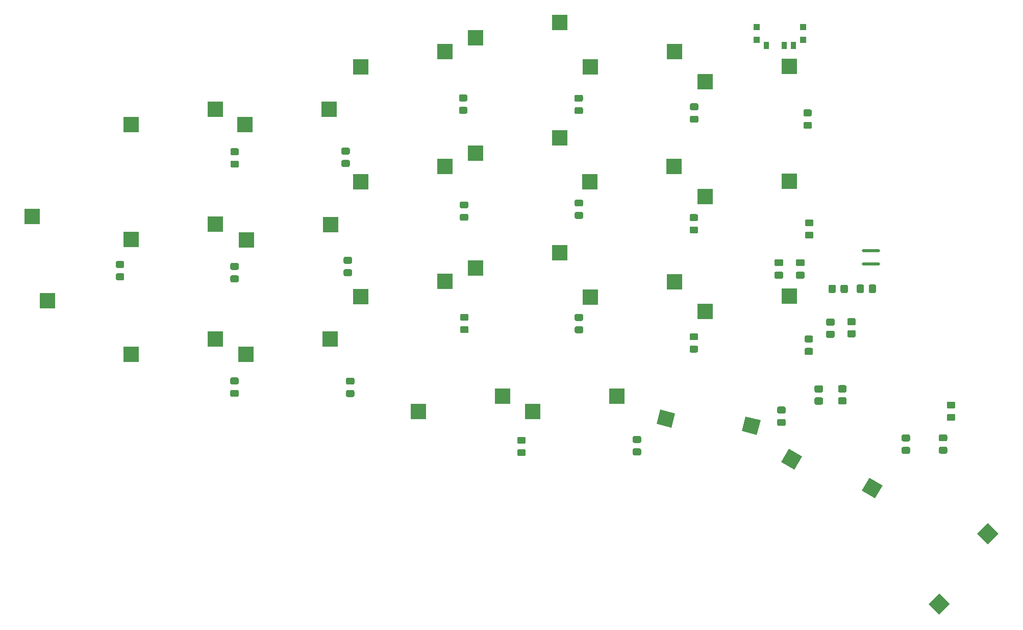
<source format=gbp>
G04 #@! TF.GenerationSoftware,KiCad,Pcbnew,(5.1.10)-1*
G04 #@! TF.CreationDate,2021-10-25T12:29:25+03:00*
G04 #@! TF.ProjectId,main_pcb,6d61696e-5f70-4636-922e-6b696361645f,rev?*
G04 #@! TF.SameCoordinates,Original*
G04 #@! TF.FileFunction,Paste,Bot*
G04 #@! TF.FilePolarity,Positive*
%FSLAX46Y46*%
G04 Gerber Fmt 4.6, Leading zero omitted, Abs format (unit mm)*
G04 Created by KiCad (PCBNEW (5.1.10)-1) date 2021-10-25 12:29:25*
%MOMM*%
%LPD*%
G01*
G04 APERTURE LIST*
%ADD10R,0.900000X1.300000*%
%ADD11R,1.000000X1.000000*%
%ADD12C,0.100000*%
%ADD13R,2.550000X2.500000*%
%ADD14R,2.500000X2.550000*%
%ADD15O,3.000000X0.500000*%
G04 APERTURE END LIST*
D10*
X158308000Y-51047400D03*
X156808000Y-51047400D03*
X153808000Y-51047400D03*
D11*
X159908000Y-50097400D03*
X159908000Y-47997400D03*
X152208000Y-47997400D03*
X152208000Y-50097400D03*
G36*
G01*
X168395001Y-97440800D02*
X167494999Y-97440800D01*
G75*
G02*
X167245000Y-97190801I0J249999D01*
G01*
X167245000Y-96490799D01*
G75*
G02*
X167494999Y-96240800I249999J0D01*
G01*
X168395001Y-96240800D01*
G75*
G02*
X168645000Y-96490799I0J-249999D01*
G01*
X168645000Y-97190801D01*
G75*
G02*
X168395001Y-97440800I-249999J0D01*
G01*
G37*
G36*
G01*
X168395001Y-99440800D02*
X167494999Y-99440800D01*
G75*
G02*
X167245000Y-99190801I0J249999D01*
G01*
X167245000Y-98490799D01*
G75*
G02*
X167494999Y-98240800I249999J0D01*
G01*
X168395001Y-98240800D01*
G75*
G02*
X168645000Y-98490799I0J-249999D01*
G01*
X168645000Y-99190801D01*
G75*
G02*
X168395001Y-99440800I-249999J0D01*
G01*
G37*
G36*
G01*
X166871001Y-108566000D02*
X165970999Y-108566000D01*
G75*
G02*
X165721000Y-108316001I0J249999D01*
G01*
X165721000Y-107615999D01*
G75*
G02*
X165970999Y-107366000I249999J0D01*
G01*
X166871001Y-107366000D01*
G75*
G02*
X167121000Y-107615999I0J-249999D01*
G01*
X167121000Y-108316001D01*
G75*
G02*
X166871001Y-108566000I-249999J0D01*
G01*
G37*
G36*
G01*
X166871001Y-110566000D02*
X165970999Y-110566000D01*
G75*
G02*
X165721000Y-110316001I0J249999D01*
G01*
X165721000Y-109615999D01*
G75*
G02*
X165970999Y-109366000I249999J0D01*
G01*
X166871001Y-109366000D01*
G75*
G02*
X167121000Y-109615999I0J-249999D01*
G01*
X167121000Y-110316001D01*
G75*
G02*
X166871001Y-110566000I-249999J0D01*
G01*
G37*
G36*
G01*
X170809000Y-91813801D02*
X170809000Y-90913799D01*
G75*
G02*
X171058999Y-90663800I249999J0D01*
G01*
X171759001Y-90663800D01*
G75*
G02*
X172009000Y-90913799I0J-249999D01*
G01*
X172009000Y-91813801D01*
G75*
G02*
X171759001Y-92063800I-249999J0D01*
G01*
X171058999Y-92063800D01*
G75*
G02*
X170809000Y-91813801I0J249999D01*
G01*
G37*
G36*
G01*
X168809000Y-91813801D02*
X168809000Y-90913799D01*
G75*
G02*
X169058999Y-90663800I249999J0D01*
G01*
X169759001Y-90663800D01*
G75*
G02*
X170009000Y-90913799I0J-249999D01*
G01*
X170009000Y-91813801D01*
G75*
G02*
X169759001Y-92063800I-249999J0D01*
G01*
X169058999Y-92063800D01*
G75*
G02*
X168809000Y-91813801I0J249999D01*
G01*
G37*
G36*
G01*
X165335000Y-90939199D02*
X165335000Y-91839201D01*
G75*
G02*
X165085001Y-92089200I-249999J0D01*
G01*
X164384999Y-92089200D01*
G75*
G02*
X164135000Y-91839201I0J249999D01*
G01*
X164135000Y-90939199D01*
G75*
G02*
X164384999Y-90689200I249999J0D01*
G01*
X165085001Y-90689200D01*
G75*
G02*
X165335000Y-90939199I0J-249999D01*
G01*
G37*
G36*
G01*
X167335000Y-90939199D02*
X167335000Y-91839201D01*
G75*
G02*
X167085001Y-92089200I-249999J0D01*
G01*
X166384999Y-92089200D01*
G75*
G02*
X166135000Y-91839201I0J249999D01*
G01*
X166135000Y-90939199D01*
G75*
G02*
X166384999Y-90689200I249999J0D01*
G01*
X167085001Y-90689200D01*
G75*
G02*
X167335000Y-90939199I0J-249999D01*
G01*
G37*
G36*
G01*
X164890001Y-97517000D02*
X163989999Y-97517000D01*
G75*
G02*
X163740000Y-97267001I0J249999D01*
G01*
X163740000Y-96566999D01*
G75*
G02*
X163989999Y-96317000I249999J0D01*
G01*
X164890001Y-96317000D01*
G75*
G02*
X165140000Y-96566999I0J-249999D01*
G01*
X165140000Y-97267001D01*
G75*
G02*
X164890001Y-97517000I-249999J0D01*
G01*
G37*
G36*
G01*
X164890001Y-99517000D02*
X163989999Y-99517000D01*
G75*
G02*
X163740000Y-99267001I0J249999D01*
G01*
X163740000Y-98566999D01*
G75*
G02*
X163989999Y-98317000I249999J0D01*
G01*
X164890001Y-98317000D01*
G75*
G02*
X165140000Y-98566999I0J-249999D01*
G01*
X165140000Y-99267001D01*
G75*
G02*
X164890001Y-99517000I-249999J0D01*
G01*
G37*
G36*
G01*
X162959001Y-108591000D02*
X162058999Y-108591000D01*
G75*
G02*
X161809000Y-108341001I0J249999D01*
G01*
X161809000Y-107640999D01*
G75*
G02*
X162058999Y-107391000I249999J0D01*
G01*
X162959001Y-107391000D01*
G75*
G02*
X163209000Y-107640999I0J-249999D01*
G01*
X163209000Y-108341001D01*
G75*
G02*
X162959001Y-108591000I-249999J0D01*
G01*
G37*
G36*
G01*
X162959001Y-110591000D02*
X162058999Y-110591000D01*
G75*
G02*
X161809000Y-110341001I0J249999D01*
G01*
X161809000Y-109640999D01*
G75*
G02*
X162058999Y-109391000I249999J0D01*
G01*
X162959001Y-109391000D01*
G75*
G02*
X163209000Y-109640999I0J-249999D01*
G01*
X163209000Y-110341001D01*
G75*
G02*
X162959001Y-110591000I-249999J0D01*
G01*
G37*
D12*
G36*
X182507652Y-141856786D02*
G01*
X184275419Y-143624553D01*
X182472296Y-145427676D01*
X180704529Y-143659909D01*
X182507652Y-141856786D01*
G37*
G36*
X190589883Y-130182453D02*
G01*
X192357650Y-131950220D01*
X190554527Y-133753343D01*
X188786760Y-131985576D01*
X190589883Y-130182453D01*
G37*
G36*
X169657079Y-124874623D02*
G01*
X170907079Y-122709559D01*
X173115443Y-123984559D01*
X171865443Y-126149623D01*
X169657079Y-124874623D01*
G37*
G36*
X156288704Y-120089327D02*
G01*
X157538704Y-117924263D01*
X159747068Y-119199263D01*
X158497068Y-121364327D01*
X156288704Y-120089327D01*
G37*
G36*
X149733351Y-114962011D02*
G01*
X150380398Y-112547196D01*
X152843509Y-113207185D01*
X152196462Y-115622000D01*
X149733351Y-114962011D01*
G37*
G36*
X135581967Y-113799760D02*
G01*
X136229014Y-111384945D01*
X138692125Y-112044934D01*
X138045078Y-114459749D01*
X135581967Y-113799760D01*
G37*
D13*
X129032000Y-109195000D03*
X115062000Y-111735000D03*
X110058000Y-109195000D03*
X96088000Y-111735000D03*
X157607000Y-92583000D03*
X143637000Y-95123000D03*
X138562000Y-90200500D03*
X124592000Y-92740500D03*
X119537000Y-85399900D03*
X105567000Y-87939900D03*
X100457000Y-90106500D03*
X86487000Y-92646500D03*
X81407000Y-99695000D03*
X67437000Y-102235000D03*
X62357000Y-99695000D03*
X48387000Y-102235000D03*
X157607000Y-73533000D03*
X143637000Y-76073000D03*
X138494000Y-71120000D03*
X124524000Y-73660000D03*
X119507000Y-66357500D03*
X105537000Y-68897500D03*
X100457000Y-71120000D03*
X86487000Y-73660000D03*
X81470500Y-80708500D03*
X67500500Y-83248500D03*
X62357000Y-80645000D03*
X48387000Y-83185000D03*
D14*
X31940500Y-79375000D03*
X34480500Y-93345000D03*
D13*
X157607000Y-54483000D03*
X143637000Y-57023000D03*
X138557000Y-52070000D03*
X124587000Y-54610000D03*
X119507000Y-47244000D03*
X105537000Y-49784000D03*
X100457000Y-52070000D03*
X86487000Y-54610000D03*
X81280000Y-61595000D03*
X67310000Y-64135000D03*
X62357000Y-61595000D03*
X48387000Y-64135000D03*
D15*
X171196000Y-85090000D03*
X171196000Y-87249000D03*
G36*
G01*
X184905001Y-111234000D02*
X184004999Y-111234000D01*
G75*
G02*
X183755000Y-110984001I0J249999D01*
G01*
X183755000Y-110333999D01*
G75*
G02*
X184004999Y-110084000I249999J0D01*
G01*
X184905001Y-110084000D01*
G75*
G02*
X185155000Y-110333999I0J-249999D01*
G01*
X185155000Y-110984001D01*
G75*
G02*
X184905001Y-111234000I-249999J0D01*
G01*
G37*
G36*
G01*
X184905001Y-113284000D02*
X184004999Y-113284000D01*
G75*
G02*
X183755000Y-113034001I0J249999D01*
G01*
X183755000Y-112383999D01*
G75*
G02*
X184004999Y-112134000I249999J0D01*
G01*
X184905001Y-112134000D01*
G75*
G02*
X185155000Y-112383999I0J-249999D01*
G01*
X185155000Y-113034001D01*
G75*
G02*
X184905001Y-113284000I-249999J0D01*
G01*
G37*
G36*
G01*
X183584001Y-116669000D02*
X182683999Y-116669000D01*
G75*
G02*
X182434000Y-116419001I0J249999D01*
G01*
X182434000Y-115768999D01*
G75*
G02*
X182683999Y-115519000I249999J0D01*
G01*
X183584001Y-115519000D01*
G75*
G02*
X183834000Y-115768999I0J-249999D01*
G01*
X183834000Y-116419001D01*
G75*
G02*
X183584001Y-116669000I-249999J0D01*
G01*
G37*
G36*
G01*
X183584001Y-118719000D02*
X182683999Y-118719000D01*
G75*
G02*
X182434000Y-118469001I0J249999D01*
G01*
X182434000Y-117818999D01*
G75*
G02*
X182683999Y-117569000I249999J0D01*
G01*
X183584001Y-117569000D01*
G75*
G02*
X183834000Y-117818999I0J-249999D01*
G01*
X183834000Y-118469001D01*
G75*
G02*
X183584001Y-118719000I-249999J0D01*
G01*
G37*
G36*
G01*
X177412001Y-116695000D02*
X176511999Y-116695000D01*
G75*
G02*
X176262000Y-116445001I0J249999D01*
G01*
X176262000Y-115794999D01*
G75*
G02*
X176511999Y-115545000I249999J0D01*
G01*
X177412001Y-115545000D01*
G75*
G02*
X177662000Y-115794999I0J-249999D01*
G01*
X177662000Y-116445001D01*
G75*
G02*
X177412001Y-116695000I-249999J0D01*
G01*
G37*
G36*
G01*
X177412001Y-118745000D02*
X176511999Y-118745000D01*
G75*
G02*
X176262000Y-118495001I0J249999D01*
G01*
X176262000Y-117844999D01*
G75*
G02*
X176511999Y-117595000I249999J0D01*
G01*
X177412001Y-117595000D01*
G75*
G02*
X177662000Y-117844999I0J-249999D01*
G01*
X177662000Y-118495001D01*
G75*
G02*
X177412001Y-118745000I-249999J0D01*
G01*
G37*
G36*
G01*
X156762001Y-112072000D02*
X155861999Y-112072000D01*
G75*
G02*
X155612000Y-111822001I0J249999D01*
G01*
X155612000Y-111171999D01*
G75*
G02*
X155861999Y-110922000I249999J0D01*
G01*
X156762001Y-110922000D01*
G75*
G02*
X157012000Y-111171999I0J-249999D01*
G01*
X157012000Y-111822001D01*
G75*
G02*
X156762001Y-112072000I-249999J0D01*
G01*
G37*
G36*
G01*
X156762001Y-114122000D02*
X155861999Y-114122000D01*
G75*
G02*
X155612000Y-113872001I0J249999D01*
G01*
X155612000Y-113221999D01*
G75*
G02*
X155861999Y-112972000I249999J0D01*
G01*
X156762001Y-112972000D01*
G75*
G02*
X157012000Y-113221999I0J-249999D01*
G01*
X157012000Y-113872001D01*
G75*
G02*
X156762001Y-114122000I-249999J0D01*
G01*
G37*
G36*
G01*
X132784001Y-116949000D02*
X131883999Y-116949000D01*
G75*
G02*
X131634000Y-116699001I0J249999D01*
G01*
X131634000Y-116048999D01*
G75*
G02*
X131883999Y-115799000I249999J0D01*
G01*
X132784001Y-115799000D01*
G75*
G02*
X133034000Y-116048999I0J-249999D01*
G01*
X133034000Y-116699001D01*
G75*
G02*
X132784001Y-116949000I-249999J0D01*
G01*
G37*
G36*
G01*
X132784001Y-118999000D02*
X131883999Y-118999000D01*
G75*
G02*
X131634000Y-118749001I0J249999D01*
G01*
X131634000Y-118098999D01*
G75*
G02*
X131883999Y-117849000I249999J0D01*
G01*
X132784001Y-117849000D01*
G75*
G02*
X133034000Y-118098999I0J-249999D01*
G01*
X133034000Y-118749001D01*
G75*
G02*
X132784001Y-118999000I-249999J0D01*
G01*
G37*
G36*
G01*
X112731999Y-117976000D02*
X113632001Y-117976000D01*
G75*
G02*
X113882000Y-118225999I0J-249999D01*
G01*
X113882000Y-118876001D01*
G75*
G02*
X113632001Y-119126000I-249999J0D01*
G01*
X112731999Y-119126000D01*
G75*
G02*
X112482000Y-118876001I0J249999D01*
G01*
X112482000Y-118225999D01*
G75*
G02*
X112731999Y-117976000I249999J0D01*
G01*
G37*
G36*
G01*
X112731999Y-115926000D02*
X113632001Y-115926000D01*
G75*
G02*
X113882000Y-116175999I0J-249999D01*
G01*
X113882000Y-116826001D01*
G75*
G02*
X113632001Y-117076000I-249999J0D01*
G01*
X112731999Y-117076000D01*
G75*
G02*
X112482000Y-116826001I0J249999D01*
G01*
X112482000Y-116175999D01*
G75*
G02*
X112731999Y-115926000I249999J0D01*
G01*
G37*
G36*
G01*
X161308001Y-100286000D02*
X160407999Y-100286000D01*
G75*
G02*
X160158000Y-100036001I0J249999D01*
G01*
X160158000Y-99385999D01*
G75*
G02*
X160407999Y-99136000I249999J0D01*
G01*
X161308001Y-99136000D01*
G75*
G02*
X161558000Y-99385999I0J-249999D01*
G01*
X161558000Y-100036001D01*
G75*
G02*
X161308001Y-100286000I-249999J0D01*
G01*
G37*
G36*
G01*
X161308001Y-102336000D02*
X160407999Y-102336000D01*
G75*
G02*
X160158000Y-102086001I0J249999D01*
G01*
X160158000Y-101435999D01*
G75*
G02*
X160407999Y-101186000I249999J0D01*
G01*
X161308001Y-101186000D01*
G75*
G02*
X161558000Y-101435999I0J-249999D01*
G01*
X161558000Y-102086001D01*
G75*
G02*
X161308001Y-102336000I-249999J0D01*
G01*
G37*
G36*
G01*
X142233001Y-99905000D02*
X141332999Y-99905000D01*
G75*
G02*
X141083000Y-99655001I0J249999D01*
G01*
X141083000Y-99004999D01*
G75*
G02*
X141332999Y-98755000I249999J0D01*
G01*
X142233001Y-98755000D01*
G75*
G02*
X142483000Y-99004999I0J-249999D01*
G01*
X142483000Y-99655001D01*
G75*
G02*
X142233001Y-99905000I-249999J0D01*
G01*
G37*
G36*
G01*
X142233001Y-101955000D02*
X141332999Y-101955000D01*
G75*
G02*
X141083000Y-101705001I0J249999D01*
G01*
X141083000Y-101054999D01*
G75*
G02*
X141332999Y-100805000I249999J0D01*
G01*
X142233001Y-100805000D01*
G75*
G02*
X142483000Y-101054999I0J-249999D01*
G01*
X142483000Y-101705001D01*
G75*
G02*
X142233001Y-101955000I-249999J0D01*
G01*
G37*
G36*
G01*
X123157001Y-96705000D02*
X122256999Y-96705000D01*
G75*
G02*
X122007000Y-96455001I0J249999D01*
G01*
X122007000Y-95804999D01*
G75*
G02*
X122256999Y-95555000I249999J0D01*
G01*
X123157001Y-95555000D01*
G75*
G02*
X123407000Y-95804999I0J-249999D01*
G01*
X123407000Y-96455001D01*
G75*
G02*
X123157001Y-96705000I-249999J0D01*
G01*
G37*
G36*
G01*
X123157001Y-98755000D02*
X122256999Y-98755000D01*
G75*
G02*
X122007000Y-98505001I0J249999D01*
G01*
X122007000Y-97854999D01*
G75*
G02*
X122256999Y-97605000I249999J0D01*
G01*
X123157001Y-97605000D01*
G75*
G02*
X123407000Y-97854999I0J-249999D01*
G01*
X123407000Y-98505001D01*
G75*
G02*
X123157001Y-98755000I-249999J0D01*
G01*
G37*
G36*
G01*
X104158001Y-96679600D02*
X103257999Y-96679600D01*
G75*
G02*
X103008000Y-96429601I0J249999D01*
G01*
X103008000Y-95779599D01*
G75*
G02*
X103257999Y-95529600I249999J0D01*
G01*
X104158001Y-95529600D01*
G75*
G02*
X104408000Y-95779599I0J-249999D01*
G01*
X104408000Y-96429601D01*
G75*
G02*
X104158001Y-96679600I-249999J0D01*
G01*
G37*
G36*
G01*
X104158001Y-98729600D02*
X103257999Y-98729600D01*
G75*
G02*
X103008000Y-98479601I0J249999D01*
G01*
X103008000Y-97829599D01*
G75*
G02*
X103257999Y-97579600I249999J0D01*
G01*
X104158001Y-97579600D01*
G75*
G02*
X104408000Y-97829599I0J-249999D01*
G01*
X104408000Y-98479601D01*
G75*
G02*
X104158001Y-98729600I-249999J0D01*
G01*
G37*
G36*
G01*
X85209801Y-107271000D02*
X84309799Y-107271000D01*
G75*
G02*
X84059800Y-107021001I0J249999D01*
G01*
X84059800Y-106370999D01*
G75*
G02*
X84309799Y-106121000I249999J0D01*
G01*
X85209801Y-106121000D01*
G75*
G02*
X85459800Y-106370999I0J-249999D01*
G01*
X85459800Y-107021001D01*
G75*
G02*
X85209801Y-107271000I-249999J0D01*
G01*
G37*
G36*
G01*
X85209801Y-109321000D02*
X84309799Y-109321000D01*
G75*
G02*
X84059800Y-109071001I0J249999D01*
G01*
X84059800Y-108420999D01*
G75*
G02*
X84309799Y-108171000I249999J0D01*
G01*
X85209801Y-108171000D01*
G75*
G02*
X85459800Y-108420999I0J-249999D01*
G01*
X85459800Y-109071001D01*
G75*
G02*
X85209801Y-109321000I-249999J0D01*
G01*
G37*
G36*
G01*
X66007401Y-107246000D02*
X65107399Y-107246000D01*
G75*
G02*
X64857400Y-106996001I0J249999D01*
G01*
X64857400Y-106345999D01*
G75*
G02*
X65107399Y-106096000I249999J0D01*
G01*
X66007401Y-106096000D01*
G75*
G02*
X66257400Y-106345999I0J-249999D01*
G01*
X66257400Y-106996001D01*
G75*
G02*
X66007401Y-107246000I-249999J0D01*
G01*
G37*
G36*
G01*
X66007401Y-109296000D02*
X65107399Y-109296000D01*
G75*
G02*
X64857400Y-109046001I0J249999D01*
G01*
X64857400Y-108395999D01*
G75*
G02*
X65107399Y-108146000I249999J0D01*
G01*
X66007401Y-108146000D01*
G75*
G02*
X66257400Y-108395999I0J-249999D01*
G01*
X66257400Y-109046001D01*
G75*
G02*
X66007401Y-109296000I-249999J0D01*
G01*
G37*
G36*
G01*
X161384001Y-81007800D02*
X160483999Y-81007800D01*
G75*
G02*
X160234000Y-80757801I0J249999D01*
G01*
X160234000Y-80107799D01*
G75*
G02*
X160483999Y-79857800I249999J0D01*
G01*
X161384001Y-79857800D01*
G75*
G02*
X161634000Y-80107799I0J-249999D01*
G01*
X161634000Y-80757801D01*
G75*
G02*
X161384001Y-81007800I-249999J0D01*
G01*
G37*
G36*
G01*
X161384001Y-83057800D02*
X160483999Y-83057800D01*
G75*
G02*
X160234000Y-82807801I0J249999D01*
G01*
X160234000Y-82157799D01*
G75*
G02*
X160483999Y-81907800I249999J0D01*
G01*
X161384001Y-81907800D01*
G75*
G02*
X161634000Y-82157799I0J-249999D01*
G01*
X161634000Y-82807801D01*
G75*
G02*
X161384001Y-83057800I-249999J0D01*
G01*
G37*
G36*
G01*
X142233001Y-80144200D02*
X141332999Y-80144200D01*
G75*
G02*
X141083000Y-79894201I0J249999D01*
G01*
X141083000Y-79244199D01*
G75*
G02*
X141332999Y-78994200I249999J0D01*
G01*
X142233001Y-78994200D01*
G75*
G02*
X142483000Y-79244199I0J-249999D01*
G01*
X142483000Y-79894201D01*
G75*
G02*
X142233001Y-80144200I-249999J0D01*
G01*
G37*
G36*
G01*
X142233001Y-82194200D02*
X141332999Y-82194200D01*
G75*
G02*
X141083000Y-81944201I0J249999D01*
G01*
X141083000Y-81294199D01*
G75*
G02*
X141332999Y-81044200I249999J0D01*
G01*
X142233001Y-81044200D01*
G75*
G02*
X142483000Y-81294199I0J-249999D01*
G01*
X142483000Y-81944201D01*
G75*
G02*
X142233001Y-82194200I-249999J0D01*
G01*
G37*
G36*
G01*
X123157001Y-77731200D02*
X122256999Y-77731200D01*
G75*
G02*
X122007000Y-77481201I0J249999D01*
G01*
X122007000Y-76831199D01*
G75*
G02*
X122256999Y-76581200I249999J0D01*
G01*
X123157001Y-76581200D01*
G75*
G02*
X123407000Y-76831199I0J-249999D01*
G01*
X123407000Y-77481201D01*
G75*
G02*
X123157001Y-77731200I-249999J0D01*
G01*
G37*
G36*
G01*
X123157001Y-79781200D02*
X122256999Y-79781200D01*
G75*
G02*
X122007000Y-79531201I0J249999D01*
G01*
X122007000Y-78881199D01*
G75*
G02*
X122256999Y-78631200I249999J0D01*
G01*
X123157001Y-78631200D01*
G75*
G02*
X123407000Y-78881199I0J-249999D01*
G01*
X123407000Y-79531201D01*
G75*
G02*
X123157001Y-79781200I-249999J0D01*
G01*
G37*
G36*
G01*
X104107001Y-78045000D02*
X103206999Y-78045000D01*
G75*
G02*
X102957000Y-77795001I0J249999D01*
G01*
X102957000Y-77144999D01*
G75*
G02*
X103206999Y-76895000I249999J0D01*
G01*
X104107001Y-76895000D01*
G75*
G02*
X104357000Y-77144999I0J-249999D01*
G01*
X104357000Y-77795001D01*
G75*
G02*
X104107001Y-78045000I-249999J0D01*
G01*
G37*
G36*
G01*
X104107001Y-80095000D02*
X103206999Y-80095000D01*
G75*
G02*
X102957000Y-79845001I0J249999D01*
G01*
X102957000Y-79194999D01*
G75*
G02*
X103206999Y-78945000I249999J0D01*
G01*
X104107001Y-78945000D01*
G75*
G02*
X104357000Y-79194999I0J-249999D01*
G01*
X104357000Y-79845001D01*
G75*
G02*
X104107001Y-80095000I-249999J0D01*
G01*
G37*
G36*
G01*
X84803401Y-87230800D02*
X83903399Y-87230800D01*
G75*
G02*
X83653400Y-86980801I0J249999D01*
G01*
X83653400Y-86330799D01*
G75*
G02*
X83903399Y-86080800I249999J0D01*
G01*
X84803401Y-86080800D01*
G75*
G02*
X85053400Y-86330799I0J-249999D01*
G01*
X85053400Y-86980801D01*
G75*
G02*
X84803401Y-87230800I-249999J0D01*
G01*
G37*
G36*
G01*
X84803401Y-89280800D02*
X83903399Y-89280800D01*
G75*
G02*
X83653400Y-89030801I0J249999D01*
G01*
X83653400Y-88380799D01*
G75*
G02*
X83903399Y-88130800I249999J0D01*
G01*
X84803401Y-88130800D01*
G75*
G02*
X85053400Y-88380799I0J-249999D01*
G01*
X85053400Y-89030801D01*
G75*
G02*
X84803401Y-89280800I-249999J0D01*
G01*
G37*
G36*
G01*
X66007401Y-88246800D02*
X65107399Y-88246800D01*
G75*
G02*
X64857400Y-87996801I0J249999D01*
G01*
X64857400Y-87346799D01*
G75*
G02*
X65107399Y-87096800I249999J0D01*
G01*
X66007401Y-87096800D01*
G75*
G02*
X66257400Y-87346799I0J-249999D01*
G01*
X66257400Y-87996801D01*
G75*
G02*
X66007401Y-88246800I-249999J0D01*
G01*
G37*
G36*
G01*
X66007401Y-90296800D02*
X65107399Y-90296800D01*
G75*
G02*
X64857400Y-90046801I0J249999D01*
G01*
X64857400Y-89396799D01*
G75*
G02*
X65107399Y-89146800I249999J0D01*
G01*
X66007401Y-89146800D01*
G75*
G02*
X66257400Y-89396799I0J-249999D01*
G01*
X66257400Y-90046801D01*
G75*
G02*
X66007401Y-90296800I-249999J0D01*
G01*
G37*
G36*
G01*
X47008201Y-87916600D02*
X46108199Y-87916600D01*
G75*
G02*
X45858200Y-87666601I0J249999D01*
G01*
X45858200Y-87016599D01*
G75*
G02*
X46108199Y-86766600I249999J0D01*
G01*
X47008201Y-86766600D01*
G75*
G02*
X47258200Y-87016599I0J-249999D01*
G01*
X47258200Y-87666601D01*
G75*
G02*
X47008201Y-87916600I-249999J0D01*
G01*
G37*
G36*
G01*
X47008201Y-89966600D02*
X46108199Y-89966600D01*
G75*
G02*
X45858200Y-89716601I0J249999D01*
G01*
X45858200Y-89066599D01*
G75*
G02*
X46108199Y-88816600I249999J0D01*
G01*
X47008201Y-88816600D01*
G75*
G02*
X47258200Y-89066599I0J-249999D01*
G01*
X47258200Y-89716601D01*
G75*
G02*
X47008201Y-89966600I-249999J0D01*
G01*
G37*
G36*
G01*
X161105001Y-62796000D02*
X160204999Y-62796000D01*
G75*
G02*
X159955000Y-62546001I0J249999D01*
G01*
X159955000Y-61895999D01*
G75*
G02*
X160204999Y-61646000I249999J0D01*
G01*
X161105001Y-61646000D01*
G75*
G02*
X161355000Y-61895999I0J-249999D01*
G01*
X161355000Y-62546001D01*
G75*
G02*
X161105001Y-62796000I-249999J0D01*
G01*
G37*
G36*
G01*
X161105001Y-64846000D02*
X160204999Y-64846000D01*
G75*
G02*
X159955000Y-64596001I0J249999D01*
G01*
X159955000Y-63945999D01*
G75*
G02*
X160204999Y-63696000I249999J0D01*
G01*
X161105001Y-63696000D01*
G75*
G02*
X161355000Y-63945999I0J-249999D01*
G01*
X161355000Y-64596001D01*
G75*
G02*
X161105001Y-64846000I-249999J0D01*
G01*
G37*
G36*
G01*
X142284001Y-61780000D02*
X141383999Y-61780000D01*
G75*
G02*
X141134000Y-61530001I0J249999D01*
G01*
X141134000Y-60879999D01*
G75*
G02*
X141383999Y-60630000I249999J0D01*
G01*
X142284001Y-60630000D01*
G75*
G02*
X142534000Y-60879999I0J-249999D01*
G01*
X142534000Y-61530001D01*
G75*
G02*
X142284001Y-61780000I-249999J0D01*
G01*
G37*
G36*
G01*
X142284001Y-63830000D02*
X141383999Y-63830000D01*
G75*
G02*
X141134000Y-63580001I0J249999D01*
G01*
X141134000Y-62929999D01*
G75*
G02*
X141383999Y-62680000I249999J0D01*
G01*
X142284001Y-62680000D01*
G75*
G02*
X142534000Y-62929999I0J-249999D01*
G01*
X142534000Y-63580001D01*
G75*
G02*
X142284001Y-63830000I-249999J0D01*
G01*
G37*
G36*
G01*
X123132001Y-60357600D02*
X122231999Y-60357600D01*
G75*
G02*
X121982000Y-60107601I0J249999D01*
G01*
X121982000Y-59457599D01*
G75*
G02*
X122231999Y-59207600I249999J0D01*
G01*
X123132001Y-59207600D01*
G75*
G02*
X123382000Y-59457599I0J-249999D01*
G01*
X123382000Y-60107601D01*
G75*
G02*
X123132001Y-60357600I-249999J0D01*
G01*
G37*
G36*
G01*
X123132001Y-62407600D02*
X122231999Y-62407600D01*
G75*
G02*
X121982000Y-62157601I0J249999D01*
G01*
X121982000Y-61507599D01*
G75*
G02*
X122231999Y-61257600I249999J0D01*
G01*
X123132001Y-61257600D01*
G75*
G02*
X123382000Y-61507599I0J-249999D01*
G01*
X123382000Y-62157601D01*
G75*
G02*
X123132001Y-62407600I-249999J0D01*
G01*
G37*
G36*
G01*
X103955001Y-60306800D02*
X103054999Y-60306800D01*
G75*
G02*
X102805000Y-60056801I0J249999D01*
G01*
X102805000Y-59406799D01*
G75*
G02*
X103054999Y-59156800I249999J0D01*
G01*
X103955001Y-59156800D01*
G75*
G02*
X104205000Y-59406799I0J-249999D01*
G01*
X104205000Y-60056801D01*
G75*
G02*
X103955001Y-60306800I-249999J0D01*
G01*
G37*
G36*
G01*
X103955001Y-62356800D02*
X103054999Y-62356800D01*
G75*
G02*
X102805000Y-62106801I0J249999D01*
G01*
X102805000Y-61456799D01*
G75*
G02*
X103054999Y-61206800I249999J0D01*
G01*
X103955001Y-61206800D01*
G75*
G02*
X104205000Y-61456799I0J-249999D01*
G01*
X104205000Y-62106801D01*
G75*
G02*
X103955001Y-62356800I-249999J0D01*
G01*
G37*
G36*
G01*
X84447801Y-69120600D02*
X83547799Y-69120600D01*
G75*
G02*
X83297800Y-68870601I0J249999D01*
G01*
X83297800Y-68220599D01*
G75*
G02*
X83547799Y-67970600I249999J0D01*
G01*
X84447801Y-67970600D01*
G75*
G02*
X84697800Y-68220599I0J-249999D01*
G01*
X84697800Y-68870601D01*
G75*
G02*
X84447801Y-69120600I-249999J0D01*
G01*
G37*
G36*
G01*
X84447801Y-71170600D02*
X83547799Y-71170600D01*
G75*
G02*
X83297800Y-70920601I0J249999D01*
G01*
X83297800Y-70270599D01*
G75*
G02*
X83547799Y-70020600I249999J0D01*
G01*
X84447801Y-70020600D01*
G75*
G02*
X84697800Y-70270599I0J-249999D01*
G01*
X84697800Y-70920601D01*
G75*
G02*
X84447801Y-71170600I-249999J0D01*
G01*
G37*
G36*
G01*
X66032801Y-69222200D02*
X65132799Y-69222200D01*
G75*
G02*
X64882800Y-68972201I0J249999D01*
G01*
X64882800Y-68322199D01*
G75*
G02*
X65132799Y-68072200I249999J0D01*
G01*
X66032801Y-68072200D01*
G75*
G02*
X66282800Y-68322199I0J-249999D01*
G01*
X66282800Y-68972201D01*
G75*
G02*
X66032801Y-69222200I-249999J0D01*
G01*
G37*
G36*
G01*
X66032801Y-71272200D02*
X65132799Y-71272200D01*
G75*
G02*
X64882800Y-71022201I0J249999D01*
G01*
X64882800Y-70372199D01*
G75*
G02*
X65132799Y-70122200I249999J0D01*
G01*
X66032801Y-70122200D01*
G75*
G02*
X66282800Y-70372199I0J-249999D01*
G01*
X66282800Y-71022201D01*
G75*
G02*
X66032801Y-71272200I-249999J0D01*
G01*
G37*
G36*
G01*
X159911000Y-87637200D02*
X158961000Y-87637200D01*
G75*
G02*
X158711000Y-87387200I0J250000D01*
G01*
X158711000Y-86712200D01*
G75*
G02*
X158961000Y-86462200I250000J0D01*
G01*
X159911000Y-86462200D01*
G75*
G02*
X160161000Y-86712200I0J-250000D01*
G01*
X160161000Y-87387200D01*
G75*
G02*
X159911000Y-87637200I-250000J0D01*
G01*
G37*
G36*
G01*
X159911000Y-89712200D02*
X158961000Y-89712200D01*
G75*
G02*
X158711000Y-89462200I0J250000D01*
G01*
X158711000Y-88787200D01*
G75*
G02*
X158961000Y-88537200I250000J0D01*
G01*
X159911000Y-88537200D01*
G75*
G02*
X160161000Y-88787200I0J-250000D01*
G01*
X160161000Y-89462200D01*
G75*
G02*
X159911000Y-89712200I-250000J0D01*
G01*
G37*
G36*
G01*
X156355000Y-87637200D02*
X155405000Y-87637200D01*
G75*
G02*
X155155000Y-87387200I0J250000D01*
G01*
X155155000Y-86712200D01*
G75*
G02*
X155405000Y-86462200I250000J0D01*
G01*
X156355000Y-86462200D01*
G75*
G02*
X156605000Y-86712200I0J-250000D01*
G01*
X156605000Y-87387200D01*
G75*
G02*
X156355000Y-87637200I-250000J0D01*
G01*
G37*
G36*
G01*
X156355000Y-89712200D02*
X155405000Y-89712200D01*
G75*
G02*
X155155000Y-89462200I0J250000D01*
G01*
X155155000Y-88787200D01*
G75*
G02*
X155405000Y-88537200I250000J0D01*
G01*
X156355000Y-88537200D01*
G75*
G02*
X156605000Y-88787200I0J-250000D01*
G01*
X156605000Y-89462200D01*
G75*
G02*
X156355000Y-89712200I-250000J0D01*
G01*
G37*
M02*

</source>
